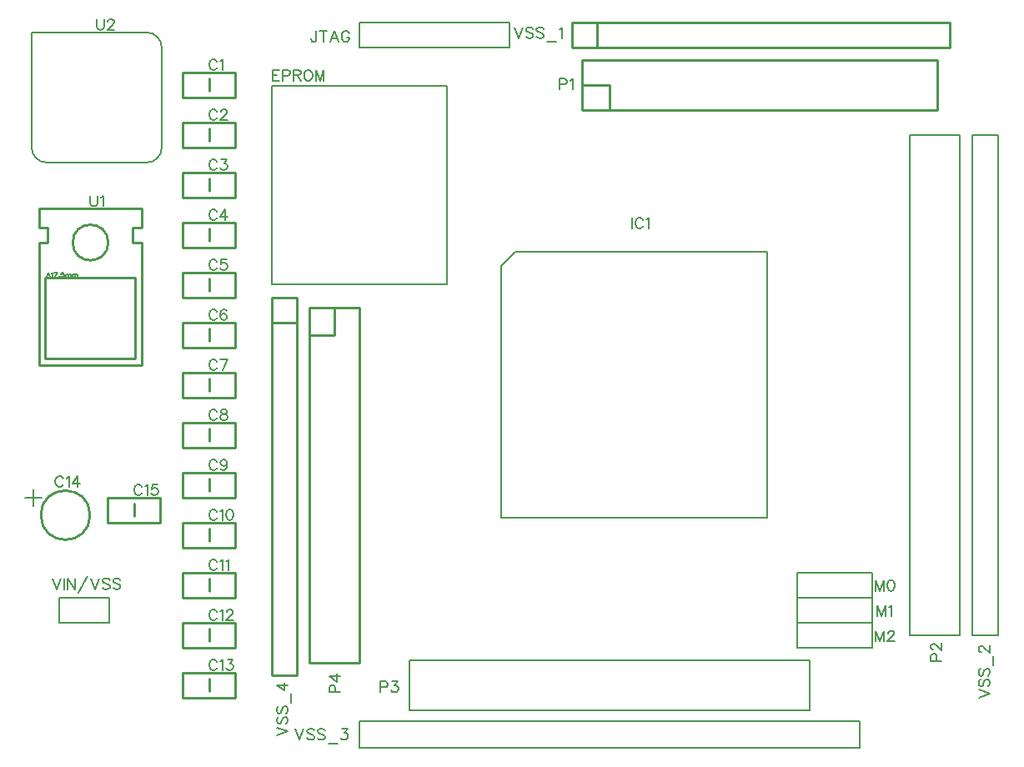
<source format=gto>
G04 Layer: TopSilkLayer*
G04 EasyEDA v5.9.42, Mon, 25 Mar 2019 10:54:48 GMT*
G04 64f0bed4ef7340cbb712f4c35e6e27d8*
G04 Gerber Generator version 0.2*
G04 Scale: 100 percent, Rotated: No, Reflected: No *
G04 Dimensions in inches *
G04 leading zeros omitted , absolute positions ,2 integer and 4 decimal *
%FSLAX24Y24*%
%MOIN*%
G90*
G70D02*

%ADD10C,0.010000*%
%ADD11C,0.008000*%
%ADD26C,0.007870*%
%ADD27C,0.007992*%
%ADD28C,0.005910*%
%ADD29C,0.006000*%
%ADD30C,0.007874*%

%LPD*%
G54D26*
G01X20224Y20440D02*
G01X30289Y20440D01*
G01X30289Y9810D01*
G01X19659Y9810D01*
G01X19659Y19875D01*
G01X20224Y20440D01*
G54D10*
G01X8000Y27350D02*
G01X8000Y26850D01*
G01X6950Y27600D02*
G01X9050Y27600D01*
G01X9050Y27600D02*
G01X9050Y26600D01*
G01X9050Y26600D02*
G01X6950Y26600D01*
G01X6950Y26600D02*
G01X6950Y27600D01*
G01X8000Y25350D02*
G01X8000Y24850D01*
G01X6950Y25600D02*
G01X9050Y25600D01*
G01X9050Y25600D02*
G01X9050Y24600D01*
G01X9050Y24600D02*
G01X6950Y24600D01*
G01X6950Y24600D02*
G01X6950Y25600D01*
G01X8000Y23350D02*
G01X8000Y22850D01*
G01X6950Y23600D02*
G01X9050Y23600D01*
G01X9050Y23600D02*
G01X9050Y22600D01*
G01X9050Y22600D02*
G01X6950Y22600D01*
G01X6950Y22600D02*
G01X6950Y23600D01*
G01X8000Y21350D02*
G01X8000Y20850D01*
G01X6950Y21600D02*
G01X9050Y21600D01*
G01X9050Y21600D02*
G01X9050Y20600D01*
G01X9050Y20600D02*
G01X6950Y20600D01*
G01X6950Y20600D02*
G01X6950Y21600D01*
G01X8000Y19350D02*
G01X8000Y18850D01*
G01X6950Y19600D02*
G01X9050Y19600D01*
G01X9050Y19600D02*
G01X9050Y18600D01*
G01X9050Y18600D02*
G01X6950Y18600D01*
G01X6950Y18600D02*
G01X6950Y19600D01*
G01X8000Y17350D02*
G01X8000Y16850D01*
G01X6950Y17600D02*
G01X9050Y17600D01*
G01X9050Y17600D02*
G01X9050Y16600D01*
G01X9050Y16600D02*
G01X6950Y16600D01*
G01X6950Y16600D02*
G01X6950Y17600D01*
G01X8000Y15350D02*
G01X8000Y14850D01*
G01X6950Y15600D02*
G01X9050Y15600D01*
G01X9050Y15600D02*
G01X9050Y14600D01*
G01X9050Y14600D02*
G01X6950Y14600D01*
G01X6950Y14600D02*
G01X6950Y15600D01*
G01X8000Y13350D02*
G01X8000Y12850D01*
G01X6950Y13600D02*
G01X9050Y13600D01*
G01X9050Y13600D02*
G01X9050Y12600D01*
G01X9050Y12600D02*
G01X6950Y12600D01*
G01X6950Y12600D02*
G01X6950Y13600D01*
G01X8000Y11350D02*
G01X8000Y10850D01*
G01X6950Y11600D02*
G01X9050Y11600D01*
G01X9050Y11600D02*
G01X9050Y10600D01*
G01X9050Y10600D02*
G01X6950Y10600D01*
G01X6950Y10600D02*
G01X6950Y11600D01*
G01X8000Y9350D02*
G01X8000Y8850D01*
G01X6950Y9600D02*
G01X9050Y9600D01*
G01X9050Y9600D02*
G01X9050Y8600D01*
G01X9050Y8600D02*
G01X6950Y8600D01*
G01X6950Y8600D02*
G01X6950Y9600D01*
G01X8000Y7350D02*
G01X8000Y6850D01*
G01X6950Y7600D02*
G01X9050Y7600D01*
G01X9050Y7600D02*
G01X9050Y6600D01*
G01X9050Y6600D02*
G01X6950Y6600D01*
G01X6950Y6600D02*
G01X6950Y7600D01*
G01X8000Y5350D02*
G01X8000Y4850D01*
G01X6950Y5600D02*
G01X9050Y5600D01*
G01X9050Y5600D02*
G01X9050Y4600D01*
G01X9050Y4600D02*
G01X6950Y4600D01*
G01X6950Y4600D02*
G01X6950Y5600D01*
G01X8000Y3350D02*
G01X8000Y2850D01*
G01X6950Y3600D02*
G01X9050Y3600D01*
G01X9050Y3600D02*
G01X9050Y2600D01*
G01X9050Y2600D02*
G01X6950Y2600D01*
G01X6950Y2600D02*
G01X6950Y3600D01*
G54D11*
G01X38000Y25100D02*
G01X36000Y25100D01*
G01X36000Y5100D01*
G01X38000Y5100D01*
G01X38000Y25100D01*
G01X16000Y4100D02*
G01X16000Y2100D01*
G01X32000Y2100D01*
G01X32000Y4100D01*
G01X16000Y4100D01*
G54D10*
G01X1200Y15900D02*
G01X5300Y15900D01*
G01X5300Y22150D02*
G01X1200Y22150D01*
G01X5300Y15900D02*
G01X5300Y20800D01*
G01X5300Y20800D02*
G01X4950Y20800D01*
G01X4950Y20800D02*
G01X4950Y21400D01*
G01X4950Y21400D02*
G01X5300Y21400D01*
G01X5300Y21400D02*
G01X5300Y22150D01*
G01X1200Y15900D02*
G01X1200Y20800D01*
G01X1200Y20800D02*
G01X1550Y20800D01*
G01X1550Y20800D02*
G01X1550Y21400D01*
G01X1550Y21400D02*
G01X1200Y21400D01*
G01X1200Y21400D02*
G01X1200Y22150D01*
G01X1450Y16150D02*
G01X5050Y16150D01*
G01X5050Y19400D02*
G01X5050Y16150D01*
G01X5050Y19400D02*
G01X1450Y19400D01*
G01X1450Y16150D02*
G01X1450Y19400D01*
G01X5000Y10350D02*
G01X5000Y9850D01*
G01X3950Y10600D02*
G01X6050Y10600D01*
G01X6050Y10600D02*
G01X6050Y9600D01*
G01X6050Y9600D02*
G01X3950Y9600D01*
G01X3950Y9600D02*
G01X3950Y10600D01*
G54D11*
G01X19250Y28600D02*
G01X20000Y28600D01*
G01X20000Y29600D01*
G01X14000Y29600D01*
G01X14000Y28600D01*
G54D27*
G01X14000Y28600D02*
G01X19250Y28600D01*
G54D11*
G01X4000Y6600D02*
G01X4000Y5600D01*
G01X2000Y5600D01*
G01X2000Y6600D01*
G01X2750Y6600D01*
G54D27*
G01X4000Y6600D02*
G01X2750Y6600D01*
G54D11*
G01X39500Y5100D02*
G01X39550Y5100D01*
G01X39550Y25100D01*
G01X38500Y25100D01*
G01X38500Y5100D01*
G01X39500Y5100D01*
G01X34000Y1600D02*
G01X34000Y1650D01*
G01X14000Y1650D01*
G01X14000Y600D01*
G01X34000Y600D01*
G01X34000Y1600D01*
G54D28*
G01X5500Y29200D02*
G01X900Y29200D01*
G01X900Y24600D01*
G01X6100Y24600D02*
G01X6100Y28600D01*
G01X5500Y24000D02*
G01X1500Y24000D01*
G54D11*
G01X32250Y7600D02*
G01X31500Y7600D01*
G01X31500Y6600D01*
G01X34500Y6600D01*
G01X34500Y7600D01*
G54D27*
G01X34500Y7600D02*
G01X32250Y7600D01*
G54D11*
G01X32250Y6600D02*
G01X31500Y6600D01*
G01X31500Y5600D01*
G01X34500Y5600D01*
G01X34500Y6600D01*
G54D27*
G01X34500Y6600D02*
G01X32250Y6600D01*
G54D11*
G01X32250Y5600D02*
G01X31500Y5600D01*
G01X31500Y4600D01*
G01X34500Y4600D01*
G01X34500Y5600D01*
G54D27*
G01X34500Y5600D02*
G01X32250Y5600D01*
G54D26*
G01X10496Y19123D02*
G01X10496Y27076D01*
G01X17503Y27076D01*
G01X17503Y19123D01*
G01X10496Y19123D01*
G54D10*
G01X14000Y18200D02*
G01X14000Y4000D01*
G01X14000Y4000D02*
G01X12000Y4000D01*
G01X12000Y4000D02*
G01X12000Y18200D01*
G01X12000Y18200D02*
G01X14000Y18200D01*
G01X13000Y18200D02*
G01X13000Y17100D01*
G01X12000Y17100D01*
G01X22900Y28100D02*
G01X37100Y28100D01*
G01X37100Y28100D02*
G01X37100Y26100D01*
G01X37100Y26100D02*
G01X22900Y26100D01*
G01X22900Y26100D02*
G01X22900Y28100D01*
G01X22900Y27100D02*
G01X24000Y27100D01*
G01X24000Y26100D01*
G01X22500Y29600D02*
G01X22500Y28600D01*
G01X37600Y28600D01*
G01X37600Y29600D01*
G01X22500Y29600D01*
G01X23500Y29600D02*
G01X23500Y28600D01*
G01X11500Y18600D02*
G01X10500Y18600D01*
G01X10500Y3500D01*
G01X11500Y3500D01*
G01X11500Y18600D01*
G01X11500Y17600D02*
G01X10500Y17600D01*
G54D29*
G01X24900Y21796D02*
G01X24900Y21367D01*
G01X25342Y21694D02*
G01X25321Y21734D01*
G01X25280Y21776D01*
G01X25239Y21796D01*
G01X25157Y21796D01*
G01X25117Y21776D01*
G01X25076Y21734D01*
G01X25055Y21694D01*
G01X25035Y21632D01*
G01X25035Y21530D01*
G01X25055Y21469D01*
G01X25076Y21428D01*
G01X25117Y21388D01*
G01X25157Y21367D01*
G01X25239Y21367D01*
G01X25280Y21388D01*
G01X25321Y21428D01*
G01X25342Y21469D01*
G01X25477Y21715D02*
G01X25518Y21734D01*
G01X25578Y21796D01*
G01X25578Y21367D01*
G01X8306Y28027D02*
G01X8285Y28067D01*
G01X8244Y28109D01*
G01X8205Y28128D01*
G01X8122Y28128D01*
G01X8081Y28109D01*
G01X8040Y28067D01*
G01X8019Y28027D01*
G01X8000Y27965D01*
G01X8000Y27863D01*
G01X8019Y27802D01*
G01X8040Y27761D01*
G01X8081Y27719D01*
G01X8122Y27700D01*
G01X8205Y27700D01*
G01X8244Y27719D01*
G01X8285Y27761D01*
G01X8306Y27802D01*
G01X8442Y28048D02*
G01X8482Y28067D01*
G01X8543Y28128D01*
G01X8543Y27700D01*
G01X8306Y26027D02*
G01X8285Y26067D01*
G01X8244Y26109D01*
G01X8205Y26128D01*
G01X8122Y26128D01*
G01X8081Y26109D01*
G01X8040Y26067D01*
G01X8019Y26027D01*
G01X8000Y25965D01*
G01X8000Y25863D01*
G01X8019Y25802D01*
G01X8040Y25761D01*
G01X8081Y25719D01*
G01X8122Y25700D01*
G01X8205Y25700D01*
G01X8244Y25719D01*
G01X8285Y25761D01*
G01X8306Y25802D01*
G01X8461Y26027D02*
G01X8461Y26048D01*
G01X8482Y26088D01*
G01X8502Y26109D01*
G01X8543Y26128D01*
G01X8626Y26128D01*
G01X8667Y26109D01*
G01X8686Y26088D01*
G01X8707Y26048D01*
G01X8707Y26007D01*
G01X8686Y25965D01*
G01X8646Y25903D01*
G01X8442Y25700D01*
G01X8727Y25700D01*
G01X8306Y24027D02*
G01X8285Y24067D01*
G01X8244Y24109D01*
G01X8205Y24128D01*
G01X8122Y24128D01*
G01X8081Y24109D01*
G01X8040Y24067D01*
G01X8019Y24027D01*
G01X8000Y23965D01*
G01X8000Y23863D01*
G01X8019Y23802D01*
G01X8040Y23761D01*
G01X8081Y23719D01*
G01X8122Y23700D01*
G01X8205Y23700D01*
G01X8244Y23719D01*
G01X8285Y23761D01*
G01X8306Y23802D01*
G01X8482Y24128D02*
G01X8707Y24128D01*
G01X8585Y23965D01*
G01X8646Y23965D01*
G01X8686Y23944D01*
G01X8707Y23925D01*
G01X8727Y23863D01*
G01X8727Y23823D01*
G01X8707Y23761D01*
G01X8667Y23719D01*
G01X8605Y23700D01*
G01X8543Y23700D01*
G01X8482Y23719D01*
G01X8461Y23740D01*
G01X8442Y23782D01*
G01X8306Y22027D02*
G01X8285Y22067D01*
G01X8244Y22109D01*
G01X8205Y22128D01*
G01X8122Y22128D01*
G01X8081Y22109D01*
G01X8040Y22067D01*
G01X8019Y22027D01*
G01X8000Y21965D01*
G01X8000Y21863D01*
G01X8019Y21802D01*
G01X8040Y21761D01*
G01X8081Y21719D01*
G01X8122Y21700D01*
G01X8205Y21700D01*
G01X8244Y21719D01*
G01X8285Y21761D01*
G01X8306Y21802D01*
G01X8646Y22128D02*
G01X8442Y21842D01*
G01X8748Y21842D01*
G01X8646Y22128D02*
G01X8646Y21700D01*
G01X8306Y20027D02*
G01X8285Y20067D01*
G01X8244Y20109D01*
G01X8205Y20128D01*
G01X8122Y20128D01*
G01X8081Y20109D01*
G01X8040Y20067D01*
G01X8019Y20027D01*
G01X8000Y19965D01*
G01X8000Y19863D01*
G01X8019Y19802D01*
G01X8040Y19761D01*
G01X8081Y19719D01*
G01X8122Y19700D01*
G01X8205Y19700D01*
G01X8244Y19719D01*
G01X8285Y19761D01*
G01X8306Y19802D01*
G01X8686Y20128D02*
G01X8482Y20128D01*
G01X8461Y19944D01*
G01X8482Y19965D01*
G01X8543Y19986D01*
G01X8605Y19986D01*
G01X8667Y19965D01*
G01X8707Y19925D01*
G01X8727Y19863D01*
G01X8727Y19823D01*
G01X8707Y19761D01*
G01X8667Y19719D01*
G01X8605Y19700D01*
G01X8543Y19700D01*
G01X8482Y19719D01*
G01X8461Y19740D01*
G01X8442Y19782D01*
G01X8306Y18027D02*
G01X8285Y18067D01*
G01X8244Y18109D01*
G01X8205Y18128D01*
G01X8122Y18128D01*
G01X8081Y18109D01*
G01X8040Y18067D01*
G01X8019Y18027D01*
G01X8000Y17965D01*
G01X8000Y17863D01*
G01X8019Y17802D01*
G01X8040Y17761D01*
G01X8081Y17719D01*
G01X8122Y17700D01*
G01X8205Y17700D01*
G01X8244Y17719D01*
G01X8285Y17761D01*
G01X8306Y17802D01*
G01X8686Y18067D02*
G01X8667Y18109D01*
G01X8605Y18128D01*
G01X8564Y18128D01*
G01X8502Y18109D01*
G01X8461Y18048D01*
G01X8442Y17944D01*
G01X8442Y17842D01*
G01X8461Y17761D01*
G01X8502Y17719D01*
G01X8564Y17700D01*
G01X8585Y17700D01*
G01X8646Y17719D01*
G01X8686Y17761D01*
G01X8707Y17823D01*
G01X8707Y17842D01*
G01X8686Y17903D01*
G01X8646Y17944D01*
G01X8585Y17965D01*
G01X8564Y17965D01*
G01X8502Y17944D01*
G01X8461Y17903D01*
G01X8442Y17842D01*
G01X8306Y16026D02*
G01X8285Y16067D01*
G01X8244Y16109D01*
G01X8205Y16128D01*
G01X8122Y16128D01*
G01X8081Y16109D01*
G01X8040Y16067D01*
G01X8019Y16026D01*
G01X8000Y15965D01*
G01X8000Y15863D01*
G01X8019Y15801D01*
G01X8040Y15761D01*
G01X8081Y15719D01*
G01X8122Y15700D01*
G01X8205Y15700D01*
G01X8244Y15719D01*
G01X8285Y15761D01*
G01X8306Y15801D01*
G01X8727Y16128D02*
G01X8523Y15700D01*
G01X8442Y16128D02*
G01X8727Y16128D01*
G01X8306Y14026D02*
G01X8285Y14067D01*
G01X8244Y14109D01*
G01X8205Y14128D01*
G01X8122Y14128D01*
G01X8081Y14109D01*
G01X8040Y14067D01*
G01X8019Y14026D01*
G01X8000Y13965D01*
G01X8000Y13863D01*
G01X8019Y13801D01*
G01X8040Y13761D01*
G01X8081Y13719D01*
G01X8122Y13700D01*
G01X8205Y13700D01*
G01X8244Y13719D01*
G01X8285Y13761D01*
G01X8306Y13801D01*
G01X8543Y14128D02*
G01X8482Y14109D01*
G01X8461Y14067D01*
G01X8461Y14026D01*
G01X8482Y13986D01*
G01X8523Y13965D01*
G01X8605Y13944D01*
G01X8667Y13925D01*
G01X8707Y13884D01*
G01X8727Y13842D01*
G01X8727Y13782D01*
G01X8707Y13740D01*
G01X8686Y13719D01*
G01X8626Y13700D01*
G01X8543Y13700D01*
G01X8482Y13719D01*
G01X8461Y13740D01*
G01X8442Y13782D01*
G01X8442Y13842D01*
G01X8461Y13884D01*
G01X8502Y13925D01*
G01X8564Y13944D01*
G01X8646Y13965D01*
G01X8686Y13986D01*
G01X8707Y14026D01*
G01X8707Y14067D01*
G01X8686Y14109D01*
G01X8626Y14128D01*
G01X8543Y14128D01*
G01X8306Y12026D02*
G01X8285Y12067D01*
G01X8244Y12109D01*
G01X8205Y12128D01*
G01X8122Y12128D01*
G01X8081Y12109D01*
G01X8040Y12067D01*
G01X8019Y12026D01*
G01X8000Y11965D01*
G01X8000Y11863D01*
G01X8019Y11801D01*
G01X8040Y11761D01*
G01X8081Y11719D01*
G01X8122Y11700D01*
G01X8205Y11700D01*
G01X8244Y11719D01*
G01X8285Y11761D01*
G01X8306Y11801D01*
G01X8707Y11986D02*
G01X8686Y11925D01*
G01X8646Y11884D01*
G01X8585Y11863D01*
G01X8564Y11863D01*
G01X8502Y11884D01*
G01X8461Y11925D01*
G01X8442Y11986D01*
G01X8442Y12007D01*
G01X8461Y12067D01*
G01X8502Y12109D01*
G01X8564Y12128D01*
G01X8585Y12128D01*
G01X8646Y12109D01*
G01X8686Y12067D01*
G01X8707Y11986D01*
G01X8707Y11884D01*
G01X8686Y11782D01*
G01X8646Y11719D01*
G01X8585Y11700D01*
G01X8543Y11700D01*
G01X8482Y11719D01*
G01X8461Y11761D01*
G01X8306Y10026D02*
G01X8285Y10067D01*
G01X8244Y10109D01*
G01X8205Y10128D01*
G01X8122Y10128D01*
G01X8081Y10109D01*
G01X8040Y10067D01*
G01X8019Y10026D01*
G01X8000Y9965D01*
G01X8000Y9863D01*
G01X8019Y9801D01*
G01X8040Y9761D01*
G01X8081Y9719D01*
G01X8122Y9700D01*
G01X8205Y9700D01*
G01X8244Y9719D01*
G01X8285Y9761D01*
G01X8306Y9801D01*
G01X8442Y10048D02*
G01X8482Y10067D01*
G01X8543Y10128D01*
G01X8543Y9700D01*
G01X8802Y10128D02*
G01X8739Y10109D01*
G01X8700Y10048D01*
G01X8678Y9944D01*
G01X8678Y9884D01*
G01X8700Y9782D01*
G01X8739Y9719D01*
G01X8802Y9700D01*
G01X8843Y9700D01*
G01X8903Y9719D01*
G01X8944Y9782D01*
G01X8964Y9884D01*
G01X8964Y9944D01*
G01X8944Y10048D01*
G01X8903Y10109D01*
G01X8843Y10128D01*
G01X8802Y10128D01*
G01X8306Y8026D02*
G01X8285Y8067D01*
G01X8244Y8109D01*
G01X8205Y8128D01*
G01X8122Y8128D01*
G01X8081Y8109D01*
G01X8040Y8067D01*
G01X8019Y8026D01*
G01X8000Y7965D01*
G01X8000Y7863D01*
G01X8019Y7801D01*
G01X8040Y7761D01*
G01X8081Y7719D01*
G01X8122Y7700D01*
G01X8205Y7700D01*
G01X8244Y7719D01*
G01X8285Y7761D01*
G01X8306Y7801D01*
G01X8442Y8048D02*
G01X8482Y8067D01*
G01X8543Y8128D01*
G01X8543Y7700D01*
G01X8678Y8048D02*
G01X8719Y8067D01*
G01X8781Y8128D01*
G01X8781Y7700D01*
G01X8306Y6026D02*
G01X8285Y6067D01*
G01X8244Y6109D01*
G01X8205Y6128D01*
G01X8122Y6128D01*
G01X8081Y6109D01*
G01X8040Y6067D01*
G01X8019Y6026D01*
G01X8000Y5965D01*
G01X8000Y5863D01*
G01X8019Y5801D01*
G01X8040Y5761D01*
G01X8081Y5719D01*
G01X8122Y5700D01*
G01X8205Y5700D01*
G01X8244Y5719D01*
G01X8285Y5761D01*
G01X8306Y5801D01*
G01X8442Y6048D02*
G01X8482Y6067D01*
G01X8543Y6128D01*
G01X8543Y5700D01*
G01X8700Y6026D02*
G01X8700Y6048D01*
G01X8719Y6088D01*
G01X8739Y6109D01*
G01X8781Y6128D01*
G01X8863Y6128D01*
G01X8903Y6109D01*
G01X8925Y6088D01*
G01X8944Y6048D01*
G01X8944Y6007D01*
G01X8925Y5965D01*
G01X8884Y5903D01*
G01X8678Y5700D01*
G01X8964Y5700D01*
G01X8306Y4026D02*
G01X8285Y4067D01*
G01X8244Y4109D01*
G01X8205Y4128D01*
G01X8122Y4128D01*
G01X8081Y4109D01*
G01X8040Y4067D01*
G01X8019Y4026D01*
G01X8000Y3965D01*
G01X8000Y3863D01*
G01X8019Y3801D01*
G01X8040Y3761D01*
G01X8081Y3719D01*
G01X8122Y3700D01*
G01X8205Y3700D01*
G01X8244Y3719D01*
G01X8285Y3761D01*
G01X8306Y3801D01*
G01X8442Y4048D02*
G01X8482Y4067D01*
G01X8543Y4128D01*
G01X8543Y3700D01*
G01X8719Y4128D02*
G01X8944Y4128D01*
G01X8822Y3965D01*
G01X8884Y3965D01*
G01X8925Y3944D01*
G01X8944Y3925D01*
G01X8964Y3863D01*
G01X8964Y3823D01*
G01X8944Y3761D01*
G01X8903Y3719D01*
G01X8843Y3700D01*
G01X8781Y3700D01*
G01X8719Y3719D01*
G01X8700Y3740D01*
G01X8678Y3782D01*
G01X36849Y4076D02*
G01X37278Y4076D01*
G01X36849Y4076D02*
G01X36849Y4260D01*
G01X36869Y4321D01*
G01X36889Y4342D01*
G01X36930Y4362D01*
G01X36992Y4362D01*
G01X37033Y4342D01*
G01X37053Y4321D01*
G01X37074Y4260D01*
G01X37074Y4076D01*
G01X36951Y4518D02*
G01X36930Y4518D01*
G01X36889Y4538D01*
G01X36869Y4559D01*
G01X36849Y4600D01*
G01X36849Y4681D01*
G01X36869Y4722D01*
G01X36889Y4743D01*
G01X36930Y4763D01*
G01X36971Y4763D01*
G01X37012Y4743D01*
G01X37074Y4702D01*
G01X37278Y4497D01*
G01X37278Y4784D01*
G01X14850Y3250D02*
G01X14850Y2821D01*
G01X14850Y3250D02*
G01X15034Y3250D01*
G01X15094Y3230D01*
G01X15115Y3209D01*
G01X15135Y3169D01*
G01X15135Y3107D01*
G01X15115Y3065D01*
G01X15094Y3046D01*
G01X15034Y3025D01*
G01X14850Y3025D01*
G01X15311Y3250D02*
G01X15536Y3250D01*
G01X15414Y3086D01*
G01X15476Y3086D01*
G01X15517Y3065D01*
G01X15536Y3046D01*
G01X15557Y2984D01*
G01X15557Y2944D01*
G01X15536Y2882D01*
G01X15496Y2840D01*
G01X15435Y2821D01*
G01X15373Y2821D01*
G01X15311Y2840D01*
G01X15292Y2861D01*
G01X15271Y2903D01*
G01X3250Y22678D02*
G01X3250Y22373D01*
G01X3269Y22311D01*
G01X3311Y22269D01*
G01X3373Y22250D01*
G01X3413Y22250D01*
G01X3475Y22269D01*
G01X3515Y22311D01*
G01X3536Y22373D01*
G01X3536Y22678D01*
G01X3671Y22598D02*
G01X3711Y22617D01*
G01X3773Y22678D01*
G01X3773Y22250D01*
G01X1573Y19609D02*
G01X1500Y19417D01*
G01X1573Y19609D02*
G01X1644Y19417D01*
G01X1526Y19482D02*
G01X1617Y19482D01*
G01X1705Y19573D02*
G01X1723Y19582D01*
G01X1751Y19609D01*
G01X1751Y19417D01*
G01X1938Y19609D02*
G01X1846Y19417D01*
G01X1811Y19609D02*
G01X1938Y19609D01*
G01X2015Y19455D02*
G01X2007Y19444D01*
G01X1998Y19455D01*
G01X2007Y19463D01*
G01X2015Y19455D01*
G01X2015Y19436D01*
G01X1998Y19417D01*
G01X2184Y19609D02*
G01X2094Y19609D01*
G01X2084Y19527D01*
G01X2094Y19536D01*
G01X2121Y19544D01*
G01X2148Y19544D01*
G01X2176Y19536D01*
G01X2194Y19517D01*
G01X2203Y19490D01*
G01X2203Y19473D01*
G01X2194Y19444D01*
G01X2176Y19427D01*
G01X2148Y19417D01*
G01X2121Y19417D01*
G01X2094Y19427D01*
G01X2084Y19436D01*
G01X2076Y19455D01*
G01X2263Y19544D02*
G01X2263Y19417D01*
G01X2263Y19509D02*
G01X2290Y19536D01*
G01X2309Y19544D01*
G01X2336Y19544D01*
G01X2355Y19536D01*
G01X2363Y19509D01*
G01X2363Y19417D01*
G01X2363Y19509D02*
G01X2390Y19536D01*
G01X2409Y19544D01*
G01X2436Y19544D01*
G01X2455Y19536D01*
G01X2463Y19509D01*
G01X2463Y19417D01*
G01X2523Y19544D02*
G01X2523Y19417D01*
G01X2523Y19509D02*
G01X2551Y19536D01*
G01X2569Y19544D01*
G01X2596Y19544D01*
G01X2615Y19536D01*
G01X2623Y19509D01*
G01X2623Y19417D01*
G01X2623Y19509D02*
G01X2651Y19536D01*
G01X2669Y19544D01*
G01X2696Y19544D01*
G01X2715Y19536D01*
G01X2723Y19509D01*
G01X2723Y19417D01*
G01X2156Y11354D02*
G01X2135Y11395D01*
G01X2094Y11436D01*
G01X2054Y11456D01*
G01X1972Y11456D01*
G01X1931Y11436D01*
G01X1890Y11395D01*
G01X1869Y11354D01*
G01X1849Y11293D01*
G01X1849Y11191D01*
G01X1869Y11129D01*
G01X1890Y11088D01*
G01X1931Y11047D01*
G01X1972Y11027D01*
G01X2054Y11027D01*
G01X2094Y11047D01*
G01X2135Y11088D01*
G01X2156Y11129D01*
G01X2291Y11375D02*
G01X2332Y11395D01*
G01X2393Y11456D01*
G01X2393Y11027D01*
G01X2733Y11456D02*
G01X2528Y11170D01*
G01X2835Y11170D01*
G01X2733Y11456D02*
G01X2733Y11027D01*
G54D30*
G01X976Y10927D02*
G01X976Y10273D01*
G01X649Y10600D02*
G01X1304Y10600D01*
G54D29*
G01X5306Y11026D02*
G01X5285Y11067D01*
G01X5244Y11109D01*
G01X5205Y11128D01*
G01X5122Y11128D01*
G01X5081Y11109D01*
G01X5040Y11067D01*
G01X5019Y11026D01*
G01X5000Y10965D01*
G01X5000Y10863D01*
G01X5019Y10801D01*
G01X5040Y10761D01*
G01X5081Y10719D01*
G01X5122Y10700D01*
G01X5205Y10700D01*
G01X5244Y10719D01*
G01X5285Y10761D01*
G01X5306Y10801D01*
G01X5442Y11048D02*
G01X5482Y11067D01*
G01X5543Y11128D01*
G01X5543Y10700D01*
G01X5925Y11128D02*
G01X5719Y11128D01*
G01X5700Y10944D01*
G01X5719Y10965D01*
G01X5781Y10986D01*
G01X5843Y10986D01*
G01X5903Y10965D01*
G01X5944Y10925D01*
G01X5964Y10863D01*
G01X5964Y10823D01*
G01X5944Y10761D01*
G01X5903Y10719D01*
G01X5843Y10700D01*
G01X5781Y10700D01*
G01X5719Y10719D01*
G01X5700Y10740D01*
G01X5678Y10782D01*
G01X12275Y29250D02*
G01X12275Y28923D01*
G01X12253Y28862D01*
G01X12234Y28841D01*
G01X12193Y28821D01*
G01X12152Y28821D01*
G01X12110Y28841D01*
G01X12089Y28862D01*
G01X12069Y28923D01*
G01X12069Y28964D01*
G01X12552Y29250D02*
G01X12552Y28821D01*
G01X12410Y29250D02*
G01X12696Y29250D01*
G01X12994Y29250D02*
G01X12831Y28821D01*
G01X12994Y29250D02*
G01X13157Y28821D01*
G01X12892Y28964D02*
G01X13097Y28964D01*
G01X13600Y29148D02*
G01X13580Y29189D01*
G01X13539Y29230D01*
G01X13497Y29250D01*
G01X13415Y29250D01*
G01X13375Y29230D01*
G01X13334Y29189D01*
G01X13314Y29148D01*
G01X13293Y29087D01*
G01X13293Y28985D01*
G01X13314Y28923D01*
G01X13334Y28882D01*
G01X13375Y28841D01*
G01X13415Y28821D01*
G01X13497Y28821D01*
G01X13539Y28841D01*
G01X13580Y28882D01*
G01X13600Y28923D01*
G01X13600Y28985D01*
G01X13497Y28985D02*
G01X13600Y28985D01*
G01X1750Y7367D02*
G01X1913Y6938D01*
G01X2076Y7367D02*
G01X1913Y6938D01*
G01X2211Y7367D02*
G01X2211Y6938D01*
G01X2346Y7367D02*
G01X2346Y6938D01*
G01X2346Y7367D02*
G01X2634Y6938D01*
G01X2634Y7367D02*
G01X2634Y6938D01*
G01X3136Y7450D02*
G01X2769Y6796D01*
G01X3271Y7367D02*
G01X3434Y6938D01*
G01X3598Y7367D02*
G01X3434Y6938D01*
G01X4019Y7307D02*
G01X3980Y7348D01*
G01X3917Y7367D01*
G01X3836Y7367D01*
G01X3775Y7348D01*
G01X3734Y7307D01*
G01X3734Y7265D01*
G01X3755Y7225D01*
G01X3775Y7205D01*
G01X3815Y7184D01*
G01X3938Y7142D01*
G01X3980Y7123D01*
G01X4000Y7103D01*
G01X4019Y7061D01*
G01X4019Y7000D01*
G01X3980Y6959D01*
G01X3917Y6938D01*
G01X3836Y6938D01*
G01X3775Y6959D01*
G01X3734Y7000D01*
G01X4442Y7307D02*
G01X4401Y7348D01*
G01X4340Y7367D01*
G01X4257Y7367D01*
G01X4196Y7348D01*
G01X4155Y7307D01*
G01X4155Y7265D01*
G01X4176Y7225D01*
G01X4196Y7205D01*
G01X4236Y7184D01*
G01X4359Y7142D01*
G01X4401Y7123D01*
G01X4421Y7103D01*
G01X4442Y7061D01*
G01X4442Y7000D01*
G01X4401Y6959D01*
G01X4340Y6938D01*
G01X4257Y6938D01*
G01X4196Y6959D01*
G01X4155Y7000D01*
G01X38759Y2594D02*
G01X39188Y2759D01*
G01X38759Y2921D02*
G01X39188Y2759D01*
G01X38820Y3344D02*
G01X38779Y3303D01*
G01X38759Y3240D01*
G01X38759Y3159D01*
G01X38779Y3098D01*
G01X38820Y3057D01*
G01X38861Y3057D01*
G01X38902Y3078D01*
G01X38922Y3098D01*
G01X38943Y3138D01*
G01X38984Y3261D01*
G01X39004Y3303D01*
G01X39024Y3323D01*
G01X39065Y3344D01*
G01X39127Y3344D01*
G01X39168Y3303D01*
G01X39188Y3240D01*
G01X39188Y3159D01*
G01X39168Y3098D01*
G01X39127Y3057D01*
G01X38820Y3765D02*
G01X38779Y3723D01*
G01X38759Y3663D01*
G01X38759Y3580D01*
G01X38779Y3519D01*
G01X38820Y3478D01*
G01X38861Y3478D01*
G01X38902Y3498D01*
G01X38922Y3519D01*
G01X38943Y3559D01*
G01X38984Y3682D01*
G01X39004Y3723D01*
G01X39024Y3744D01*
G01X39065Y3765D01*
G01X39127Y3765D01*
G01X39168Y3723D01*
G01X39188Y3663D01*
G01X39188Y3580D01*
G01X39168Y3519D01*
G01X39127Y3478D01*
G01X39331Y3900D02*
G01X39331Y4267D01*
G01X38861Y4423D02*
G01X38840Y4423D01*
G01X38799Y4444D01*
G01X38779Y4465D01*
G01X38759Y4505D01*
G01X38759Y4586D01*
G01X38779Y4628D01*
G01X38799Y4648D01*
G01X38840Y4669D01*
G01X38881Y4669D01*
G01X38922Y4648D01*
G01X38984Y4607D01*
G01X39188Y4403D01*
G01X39188Y4690D01*
G01X11450Y1350D02*
G01X11614Y921D01*
G01X11777Y1350D02*
G01X11614Y921D01*
G01X12198Y1288D02*
G01X12157Y1330D01*
G01X12096Y1350D01*
G01X12014Y1350D01*
G01X11952Y1330D01*
G01X11911Y1288D01*
G01X11911Y1248D01*
G01X11932Y1207D01*
G01X11952Y1186D01*
G01X11993Y1165D01*
G01X12117Y1125D01*
G01X12157Y1105D01*
G01X12177Y1084D01*
G01X12198Y1044D01*
G01X12198Y982D01*
G01X12157Y940D01*
G01X12096Y921D01*
G01X12014Y921D01*
G01X11952Y940D01*
G01X11911Y982D01*
G01X12619Y1288D02*
G01X12578Y1330D01*
G01X12518Y1350D01*
G01X12435Y1350D01*
G01X12375Y1330D01*
G01X12334Y1288D01*
G01X12334Y1248D01*
G01X12353Y1207D01*
G01X12375Y1186D01*
G01X12414Y1165D01*
G01X12538Y1125D01*
G01X12578Y1105D01*
G01X12600Y1084D01*
G01X12619Y1044D01*
G01X12619Y982D01*
G01X12578Y940D01*
G01X12518Y921D01*
G01X12435Y921D01*
G01X12375Y940D01*
G01X12334Y982D01*
G01X12755Y778D02*
G01X13122Y778D01*
G01X13298Y1350D02*
G01X13523Y1350D01*
G01X13401Y1186D01*
G01X13463Y1186D01*
G01X13503Y1165D01*
G01X13523Y1146D01*
G01X13544Y1084D01*
G01X13544Y1044D01*
G01X13523Y982D01*
G01X13482Y940D01*
G01X13422Y921D01*
G01X13360Y921D01*
G01X13298Y940D01*
G01X13278Y961D01*
G01X13257Y1003D01*
G01X3500Y29728D02*
G01X3500Y29423D01*
G01X3519Y29361D01*
G01X3561Y29319D01*
G01X3623Y29300D01*
G01X3663Y29300D01*
G01X3725Y29319D01*
G01X3765Y29361D01*
G01X3786Y29423D01*
G01X3786Y29728D01*
G01X3942Y29627D02*
G01X3942Y29648D01*
G01X3961Y29688D01*
G01X3982Y29709D01*
G01X4023Y29728D01*
G01X4105Y29728D01*
G01X4146Y29709D01*
G01X4167Y29688D01*
G01X4186Y29648D01*
G01X4186Y29607D01*
G01X4167Y29565D01*
G01X4126Y29503D01*
G01X3921Y29300D01*
G01X4207Y29300D01*
G01X34650Y7300D02*
G01X34650Y6871D01*
G01X34650Y7300D02*
G01X34814Y6871D01*
G01X34977Y7300D02*
G01X34814Y6871D01*
G01X34977Y7300D02*
G01X34977Y6871D01*
G01X35235Y7300D02*
G01X35173Y7280D01*
G01X35132Y7219D01*
G01X35111Y7115D01*
G01X35111Y7055D01*
G01X35132Y6953D01*
G01X35173Y6890D01*
G01X35235Y6871D01*
G01X35276Y6871D01*
G01X35336Y6890D01*
G01X35377Y6953D01*
G01X35398Y7055D01*
G01X35398Y7115D01*
G01X35377Y7219D01*
G01X35336Y7280D01*
G01X35276Y7300D01*
G01X35235Y7300D01*
G01X34700Y6300D02*
G01X34700Y5871D01*
G01X34700Y6300D02*
G01X34864Y5871D01*
G01X35027Y6300D02*
G01X34864Y5871D01*
G01X35027Y6300D02*
G01X35027Y5871D01*
G01X35161Y6219D02*
G01X35202Y6238D01*
G01X35264Y6300D01*
G01X35264Y5871D01*
G01X34650Y5278D02*
G01X34650Y4850D01*
G01X34650Y5278D02*
G01X34814Y4850D01*
G01X34977Y5278D02*
G01X34814Y4850D01*
G01X34977Y5278D02*
G01X34977Y4850D01*
G01X35132Y5176D02*
G01X35132Y5198D01*
G01X35152Y5238D01*
G01X35173Y5259D01*
G01X35214Y5278D01*
G01X35296Y5278D01*
G01X35336Y5259D01*
G01X35357Y5238D01*
G01X35377Y5198D01*
G01X35377Y5157D01*
G01X35357Y5115D01*
G01X35317Y5053D01*
G01X35111Y4850D01*
G01X35398Y4850D01*
G01X10550Y27699D02*
G01X10550Y27269D01*
G01X10550Y27699D02*
G01X10815Y27699D01*
G01X10550Y27494D02*
G01X10714Y27494D01*
G01X10550Y27269D02*
G01X10815Y27269D01*
G01X10951Y27699D02*
G01X10951Y27269D01*
G01X10951Y27699D02*
G01X11135Y27699D01*
G01X11196Y27678D01*
G01X11217Y27658D01*
G01X11236Y27617D01*
G01X11236Y27556D01*
G01X11217Y27515D01*
G01X11196Y27494D01*
G01X11135Y27474D01*
G01X10951Y27474D01*
G01X11372Y27699D02*
G01X11372Y27269D01*
G01X11372Y27699D02*
G01X11556Y27699D01*
G01X11618Y27678D01*
G01X11638Y27658D01*
G01X11659Y27617D01*
G01X11659Y27576D01*
G01X11638Y27535D01*
G01X11618Y27515D01*
G01X11556Y27494D01*
G01X11372Y27494D01*
G01X11514Y27494D02*
G01X11659Y27269D01*
G01X11915Y27699D02*
G01X11875Y27678D01*
G01X11835Y27637D01*
G01X11814Y27597D01*
G01X11793Y27535D01*
G01X11793Y27433D01*
G01X11814Y27372D01*
G01X11835Y27331D01*
G01X11875Y27290D01*
G01X11915Y27269D01*
G01X11997Y27269D01*
G01X12039Y27290D01*
G01X12080Y27331D01*
G01X12100Y27372D01*
G01X12121Y27433D01*
G01X12121Y27535D01*
G01X12100Y27597D01*
G01X12080Y27637D01*
G01X12039Y27678D01*
G01X11997Y27699D01*
G01X11915Y27699D01*
G01X12256Y27699D02*
G01X12256Y27269D01*
G01X12256Y27699D02*
G01X12419Y27269D01*
G01X12582Y27699D02*
G01X12419Y27269D01*
G01X12582Y27699D02*
G01X12582Y27269D01*
G01X12799Y2821D02*
G01X13228Y2821D01*
G01X12799Y2821D02*
G01X12799Y3005D01*
G01X12819Y3067D01*
G01X12839Y3088D01*
G01X12880Y3107D01*
G01X12942Y3107D01*
G01X12983Y3088D01*
G01X13003Y3067D01*
G01X13024Y3005D01*
G01X13024Y2821D01*
G01X12799Y3448D02*
G01X13085Y3242D01*
G01X13085Y3550D01*
G01X12799Y3448D02*
G01X13228Y3448D01*
G01X22000Y27350D02*
G01X22000Y26921D01*
G01X22000Y27350D02*
G01X22184Y27350D01*
G01X22244Y27330D01*
G01X22265Y27309D01*
G01X22285Y27269D01*
G01X22285Y27207D01*
G01X22265Y27165D01*
G01X22244Y27146D01*
G01X22184Y27125D01*
G01X22000Y27125D01*
G01X22421Y27269D02*
G01X22461Y27288D01*
G01X22523Y27350D01*
G01X22523Y26921D01*
G01X20200Y29400D02*
G01X20364Y28971D01*
G01X20527Y29400D02*
G01X20364Y28971D01*
G01X20948Y29338D02*
G01X20907Y29380D01*
G01X20846Y29400D01*
G01X20764Y29400D01*
G01X20702Y29380D01*
G01X20661Y29338D01*
G01X20661Y29298D01*
G01X20682Y29257D01*
G01X20702Y29236D01*
G01X20743Y29215D01*
G01X20867Y29175D01*
G01X20907Y29155D01*
G01X20927Y29134D01*
G01X20948Y29094D01*
G01X20948Y29032D01*
G01X20907Y28990D01*
G01X20846Y28971D01*
G01X20764Y28971D01*
G01X20702Y28990D01*
G01X20661Y29032D01*
G01X21369Y29338D02*
G01X21328Y29380D01*
G01X21268Y29400D01*
G01X21185Y29400D01*
G01X21125Y29380D01*
G01X21084Y29338D01*
G01X21084Y29298D01*
G01X21103Y29257D01*
G01X21125Y29236D01*
G01X21164Y29215D01*
G01X21288Y29175D01*
G01X21328Y29155D01*
G01X21350Y29134D01*
G01X21369Y29094D01*
G01X21369Y29032D01*
G01X21328Y28990D01*
G01X21268Y28971D01*
G01X21185Y28971D01*
G01X21125Y28990D01*
G01X21084Y29032D01*
G01X21505Y28828D02*
G01X21872Y28828D01*
G01X22007Y29319D02*
G01X22048Y29338D01*
G01X22110Y29400D01*
G01X22110Y28971D01*
G01X10700Y1085D02*
G01X11129Y1249D01*
G01X10700Y1412D02*
G01X11129Y1249D01*
G01X10761Y1834D02*
G01X10720Y1793D01*
G01X10700Y1731D01*
G01X10700Y1650D01*
G01X10720Y1588D01*
G01X10761Y1547D01*
G01X10802Y1547D01*
G01X10843Y1568D01*
G01X10863Y1588D01*
G01X10884Y1629D01*
G01X10925Y1752D01*
G01X10945Y1793D01*
G01X10965Y1813D01*
G01X11006Y1834D01*
G01X11068Y1834D01*
G01X11109Y1793D01*
G01X11129Y1731D01*
G01X11129Y1650D01*
G01X11109Y1588D01*
G01X11068Y1547D01*
G01X10761Y2255D02*
G01X10720Y2214D01*
G01X10700Y2153D01*
G01X10700Y2071D01*
G01X10720Y2010D01*
G01X10761Y1969D01*
G01X10802Y1969D01*
G01X10843Y1989D01*
G01X10863Y2010D01*
G01X10884Y2050D01*
G01X10925Y2173D01*
G01X10945Y2214D01*
G01X10965Y2235D01*
G01X11006Y2255D01*
G01X11068Y2255D01*
G01X11109Y2214D01*
G01X11129Y2153D01*
G01X11129Y2071D01*
G01X11109Y2010D01*
G01X11068Y1969D01*
G01X11272Y2390D02*
G01X11272Y2758D01*
G01X10700Y3098D02*
G01X10986Y2893D01*
G01X10986Y3200D01*
G01X10700Y3098D02*
G01X11129Y3098D01*
G54D28*
G75*
G01X6100Y24600D02*
G02X5500Y24000I-600J0D01*
G01*
G75*
G01X1500Y24000D02*
G02X900Y24600I0J600D01*
G01*
G75*
G01X5500Y29200D02*
G02X6100Y28600I0J-600D01*
G01*
G54D10*
G75*
G01X3960Y20800D02*
G03X3960Y20800I-710J0D01*
G01*
G75*
G01X3234Y9900D02*
G03X3234Y9900I-984J0D01*
G01*
M00*
M02*

</source>
